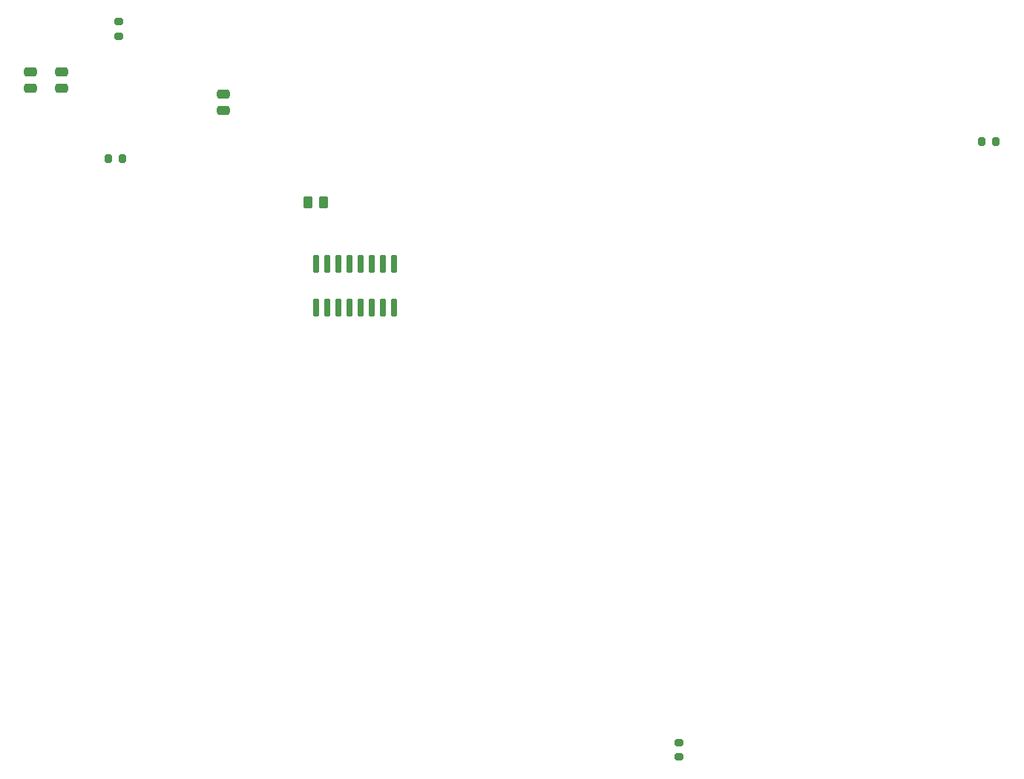
<source format=gbr>
%TF.GenerationSoftware,KiCad,Pcbnew,8.0.3*%
%TF.CreationDate,2024-06-17T23:07:49+02:00*%
%TF.ProjectId,Sequenceur,53657175-656e-4636-9575-722e6b696361,rev?*%
%TF.SameCoordinates,PX4add0a0PY8e93060*%
%TF.FileFunction,Paste,Top*%
%TF.FilePolarity,Positive*%
%FSLAX46Y46*%
G04 Gerber Fmt 4.6, Leading zero omitted, Abs format (unit mm)*
G04 Created by KiCad (PCBNEW 8.0.3) date 2024-06-17 23:07:49*
%MOMM*%
%LPD*%
G01*
G04 APERTURE LIST*
G04 Aperture macros list*
%AMRoundRect*
0 Rectangle with rounded corners*
0 $1 Rounding radius*
0 $2 $3 $4 $5 $6 $7 $8 $9 X,Y pos of 4 corners*
0 Add a 4 corners polygon primitive as box body*
4,1,4,$2,$3,$4,$5,$6,$7,$8,$9,$2,$3,0*
0 Add four circle primitives for the rounded corners*
1,1,$1+$1,$2,$3*
1,1,$1+$1,$4,$5*
1,1,$1+$1,$6,$7*
1,1,$1+$1,$8,$9*
0 Add four rect primitives between the rounded corners*
20,1,$1+$1,$2,$3,$4,$5,0*
20,1,$1+$1,$4,$5,$6,$7,0*
20,1,$1+$1,$6,$7,$8,$9,0*
20,1,$1+$1,$8,$9,$2,$3,0*%
G04 Aperture macros list end*
%ADD10RoundRect,0.200000X0.200000X0.275000X-0.200000X0.275000X-0.200000X-0.275000X0.200000X-0.275000X0*%
%ADD11RoundRect,0.200000X0.275000X-0.200000X0.275000X0.200000X-0.275000X0.200000X-0.275000X-0.200000X0*%
%ADD12RoundRect,0.250000X0.475000X-0.250000X0.475000X0.250000X-0.475000X0.250000X-0.475000X-0.250000X0*%
%ADD13RoundRect,0.042000X0.258000X-0.943000X0.258000X0.943000X-0.258000X0.943000X-0.258000X-0.943000X0*%
%ADD14RoundRect,0.250000X-0.475000X0.250000X-0.475000X-0.250000X0.475000X-0.250000X0.475000X0.250000X0*%
%ADD15RoundRect,0.250000X0.262500X0.450000X-0.262500X0.450000X-0.262500X-0.450000X0.262500X-0.450000X0*%
%ADD16RoundRect,0.200000X-0.275000X0.200000X-0.275000X-0.200000X0.275000X-0.200000X0.275000X0.200000X0*%
G04 APERTURE END LIST*
D10*
%TO.C,R5*%
X114150000Y72000000D03*
X112500000Y72000000D03*
%TD*%
D11*
%TO.C,R4*%
X14000000Y84000000D03*
X14000000Y85650000D03*
%TD*%
D10*
%TO.C,R1*%
X14500000Y70000000D03*
X12850000Y70000000D03*
%TD*%
D12*
%TO.C,C5*%
X26000000Y75500000D03*
X26000000Y77400000D03*
%TD*%
D13*
%TO.C,U3*%
X36555000Y53025000D03*
X37825000Y53025000D03*
X39095000Y53025000D03*
X40365000Y53025000D03*
X41635000Y53025000D03*
X42905000Y53025000D03*
X44175000Y53025000D03*
X45445000Y53025000D03*
X45445000Y57975000D03*
X44175000Y57975000D03*
X42905000Y57975000D03*
X41635000Y57975000D03*
X40365000Y57975000D03*
X39095000Y57975000D03*
X37825000Y57975000D03*
X36555000Y57975000D03*
%TD*%
D14*
%TO.C,C3*%
X4000000Y79950000D03*
X4000000Y78050000D03*
%TD*%
D15*
%TO.C,R2*%
X37412500Y65000000D03*
X35587500Y65000000D03*
%TD*%
D14*
%TO.C,C2*%
X7500000Y79950000D03*
X7500000Y78050000D03*
%TD*%
D16*
%TO.C,R3*%
X78000000Y3325000D03*
X78000000Y1675000D03*
%TD*%
M02*

</source>
